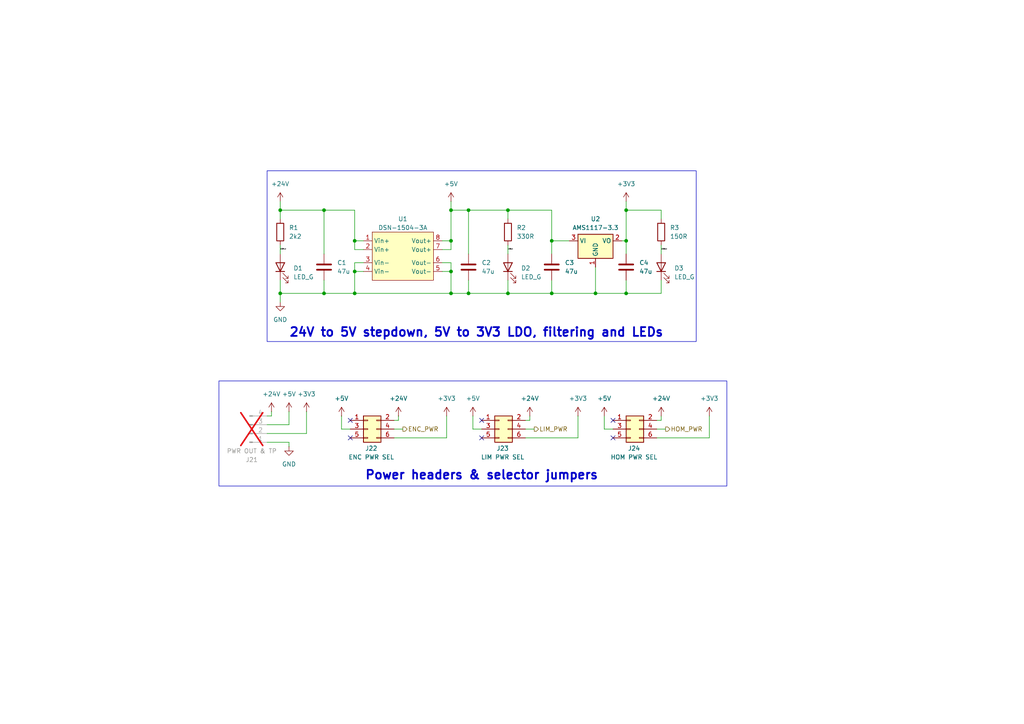
<source format=kicad_sch>
(kicad_sch (version 20231120) (generator "eeschema") (generator_version "8.0")
  (paper "A4")
  (title_block (title "Karcsi (INDACT Robot Arm) - Aux. boards power") (date "2024-05-19") (rev "1.1") (company "LEGO Kör (legokor.hu)") (comment 1 "Designed by Máté Kovács, Panka Horváth, Gergely Halász") (comment 2 "Reviewed by Máté Kovács, Andi Serban, Péter Varga"))
  (lib_symbols
    (symbol "Connector:Conn_01x04_Pin" (pin_names (offset 1.016) hide)
      (property "Reference" "J" (at 0 5.08 0))
      (property "Value" "Conn_01x04_Pin" (at 0 -7.62 0))
      (symbol "Conn_01x04_Pin_1_1"
        (polyline (pts (xy 1.27 -5.08) (xy 0.8636 -5.08)) (stroke (width 0.1524)))
        (polyline (pts (xy 1.27 -2.54) (xy 0.8636 -2.54)) (stroke (width 0.1524)))
        (polyline (pts (xy 1.27 0) (xy 0.8636 0)) (stroke (width 0.1524)))
        (polyline (pts (xy 1.27 2.54) (xy 0.8636 2.54)) (stroke (width 0.1524)))
        (rectangle (start 0.8636 -4.953) (end 0 -5.207) (stroke (width 0.1524)) (fill (type outline)))
        (rectangle (start 0.8636 -2.413) (end 0 -2.667) (stroke (width 0.1524)) (fill (type outline)))
        (rectangle (start 0.8636 0.127) (end 0 -0.127) (stroke (width 0.1524)) (fill (type outline)))
        (rectangle (start 0.8636 2.667) (end 0 2.413) (stroke (width 0.1524)) (fill (type outline)))
        (pin passive line (at 5.08 2.54 180) (length 3.81) (name "Pin_1") (number "1"))
        (pin passive line (at 5.08 0 180) (length 3.81) (name "Pin_2") (number "2"))
        (pin passive line (at 5.08 -2.54 180) (length 3.81) (name "Pin_3") (number "3"))
        (pin passive line (at 5.08 -5.08 180) (length 3.81) (name "Pin_4") (number "4"))
      )
    )
    (symbol "Connector_Generic:Conn_02x03_Odd_Even" (pin_names (offset 1.016) hide)
      (property "Reference" "J" (at 1.27 5.08 0))
      (property "Value" "Conn_02x03_Odd_Even" (at 1.27 -5.08 0))
      (symbol "Conn_02x03_Odd_Even_1_1"
        (rectangle (start -1.27 -2.413) (end 0 -2.667) (stroke (width 0.1524)))
        (rectangle (start -1.27 0.127) (end 0 -0.127) (stroke (width 0.1524)))
        (rectangle (start -1.27 2.667) (end 0 2.413) (stroke (width 0.1524)))
        (rectangle (start -1.27 3.81) (end 3.81 -3.81) (stroke (width 0.254)) (fill (type background)))
        (rectangle (start 3.81 -2.413) (end 2.54 -2.667) (stroke (width 0.1524)))
        (rectangle (start 3.81 0.127) (end 2.54 -0.127) (stroke (width 0.1524)))
        (rectangle (start 3.81 2.667) (end 2.54 2.413) (stroke (width 0.1524)))
        (pin passive line (at -5.08 2.54 0) (length 3.81) (name "Pin_1") (number "1"))
        (pin passive line (at 7.62 2.54 180) (length 3.81) (name "Pin_2") (number "2"))
        (pin passive line (at -5.08 0 0) (length 3.81) (name "Pin_3") (number "3"))
        (pin passive line (at 7.62 0 180) (length 3.81) (name "Pin_4") (number "4"))
        (pin passive line (at -5.08 -2.54 0) (length 3.81) (name "Pin_5") (number "5"))
        (pin passive line (at 7.62 -2.54 180) (length 3.81) (name "Pin_6") (number "6"))
      )
    )
    (symbol "Device:C" (pin_numbers hide) (pin_names (offset 0.254))
      (property "Reference" "C" (at 0.635 2.54 0))
      (property "Value" "C" (at 0.635 -2.54 0))
      (symbol "C_0_1"
        (polyline (pts (xy -2.032 -0.762) (xy 2.032 -0.762)) (stroke (width 0.508)))
        (polyline (pts (xy -2.032 0.762) (xy 2.032 0.762)) (stroke (width 0.508)))
      )
      (symbol "C_1_1"
        (pin passive line (at 0 3.81 270) (length 2.794) (name "~") (number "1"))
        (pin passive line (at 0 -3.81 90) (length 2.794) (name "~") (number "2"))
      )
    )
    (symbol "Device:LED" (pin_numbers hide) (pin_names (offset 1.016) hide)
      (property "Reference" "D" (at 0 2.54 0))
      (property "Value" "LED" (at 0 -2.54 0))
      (symbol "LED_0_1"
        (polyline (pts (xy -1.27 -1.27) (xy -1.27 1.27)) (stroke (width 0.254)))
        (polyline (pts (xy -1.27 0) (xy 1.27 0)))
        (polyline (pts (xy 1.27 -1.27) (xy 1.27 1.27) (xy -1.27 0) (xy 1.27 -1.27)) (stroke (width 0.254)))
        (polyline (pts (xy -3.048 -0.762) (xy -4.572 -2.286) (xy -3.81 -2.286) (xy -4.572 -2.286) (xy -4.572 -1.524)))
        (polyline (pts (xy -1.778 -0.762) (xy -3.302 -2.286) (xy -2.54 -2.286) (xy -3.302 -2.286) (xy -3.302 -1.524)))
      )
      (symbol "LED_1_1"
        (pin passive line (at -3.81 0 0) (length 2.54) (name "K") (number "1"))
        (pin passive line (at 3.81 0 180) (length 2.54) (name "A") (number "2"))
      )
    )
    (symbol "Device:R" (pin_numbers hide) (pin_names (offset 0))
      (property "Reference" "R" (at 2.032 0 90))
      (property "Value" "R" (at 0 0 90))
      (symbol "R_0_1"
        (rectangle (start -1.016 -2.54) (end 1.016 2.54) (stroke (width 0.254)))
      )
      (symbol "R_1_1"
        (pin passive line (at 0 3.81 270) (length 1.27) (name "~") (number "1"))
        (pin passive line (at 0 -3.81 90) (length 1.27) (name "~") (number "2"))
      )
    )
    (symbol "Regulator_Linear:AMS1117-3.3"
      (property "Reference" "U" (at -3.81 3.175 0))
      (property "Value" "AMS1117-3.3" (at 0 3.175 0))
      (symbol "AMS1117-3.3_0_1"
        (rectangle (start -5.08 -5.08) (end 5.08 1.905) (stroke (width 0.254)) (fill (type background)))
      )
      (symbol "AMS1117-3.3_1_1"
        (pin power_in line (at 0 -7.62 90) (length 2.54) (name "GND") (number "1"))
        (pin power_out line (at 7.62 0 180) (length 2.54) (name "VO") (number "2"))
        (pin power_in line (at -7.62 0 0) (length 2.54) (name "VI") (number "3"))
      )
    )
    (symbol "power:+24V" (power) (pin_numbers hide) (pin_names (offset 0) hide)
      (property "Value" "+24V" (at 0 3.556 0))
      (symbol "+24V_0_1"
        (polyline (pts (xy -0.762 1.27) (xy 0 2.54)))
        (polyline (pts (xy 0 0) (xy 0 2.54)))
        (polyline (pts (xy 0 2.54) (xy 0.762 1.27)))
      )
      (symbol "+24V_1_1"
        (pin power_in line (at 0 0 90) (length 0) (name "~") (number "1"))
      )
    )
    (symbol "power:+3V3" (power) (pin_numbers hide) (pin_names (offset 0) hide)
      (property "Value" "+3V3" (at 0 3.556 0))
      (symbol "+3V3_0_1"
        (polyline (pts (xy -0.762 1.27) (xy 0 2.54)))
        (polyline (pts (xy 0 0) (xy 0 2.54)))
        (polyline (pts (xy 0 2.54) (xy 0.762 1.27)))
      )
      (symbol "+3V3_1_1"
        (pin power_in line (at 0 0 90) (length 0) (name "~") (number "1"))
      )
    )
    (symbol "power:+5V" (power) (pin_numbers hide) (pin_names (offset 0) hide)
      (property "Value" "+5V" (at 0 3.556 0))
      (symbol "+5V_0_1"
        (polyline (pts (xy -0.762 1.27) (xy 0 2.54)))
        (polyline (pts (xy 0 0) (xy 0 2.54)))
        (polyline (pts (xy 0 2.54) (xy 0.762 1.27)))
      )
      (symbol "+5V_1_1"
        (pin power_in line (at 0 0 90) (length 0) (name "~") (number "1"))
      )
    )
    (symbol "power:GND" (power) (pin_numbers hide) (pin_names (offset 0) hide)
      (property "Value" "GND" (at 0 -3.81 0))
      (symbol "GND_0_1"
        (polyline (pts (xy 0 0) (xy 0 -1.27) (xy 1.27 -1.27) (xy 0 -2.54) (xy -1.27 -1.27) (xy 0 -1.27)))
      )
      (symbol "GND_1_1"
        (pin power_in line (at 0 0 270) (length 0) (name "~") (number "1"))
      )
    )
    (symbol "power_modules:DSN-1504-3A"
      (property "Reference" "U" (at 0 8.89 0))
      (symbol "DSN-1504-3A_1_1"
        (rectangle (start -8.89 7.62) (end 8.89 -6.35) (fill (type background)))
        (pin power_in line (at -11.43 5.08 0) (length 2.54) (name "Vin+") (number "1"))
        (pin power_in line (at -11.43 2.54 0) (length 2.54) (name "Vin+") (number "2"))
        (pin power_in line (at -11.43 -1.27 0) (length 2.54) (name "Vin-") (number "3"))
        (pin power_in line (at -11.43 -3.81 0) (length 2.54) (name "Vin-") (number "4"))
        (pin power_out line (at 11.43 -3.81 180) (length 2.54) (name "Vout-") (number "5"))
        (pin power_out line (at 11.43 -1.27 180) (length 2.54) (name "Vout-") (number "6"))
        (pin power_out line (at 11.43 2.54 180) (length 2.54) (name "Vout+") (number "7"))
        (pin power_out line (at 11.43 5.08 180) (length 2.54) (name "Vout+") (number "8"))
      )
    )
  )
  (junction (at 130.81 69.85))
  (junction (at 172.72 85.09))
  (junction (at 160.02 69.85))
  (junction (at 147.32 60.96))
  (junction (at 93.98 60.96))
  (junction (at 130.81 78.74))
  (junction (at 181.61 60.96))
  (junction (at 102.87 85.09))
  (junction (at 135.89 85.09))
  (junction (at 81.28 60.96))
  (junction (at 160.02 85.09))
  (junction (at 135.89 60.96))
  (junction (at 181.61 69.85))
  (junction (at 181.61 85.09))
  (junction (at 93.98 85.09))
  (junction (at 147.32 85.09))
  (junction (at 130.81 85.09))
  (junction (at 130.81 60.96))
  (junction (at 81.28 85.09))
  (junction (at 102.87 69.85))
  (junction (at 102.87 78.74))
  (no_connect (at 139.7 121.92))
  (no_connect (at 101.6 121.92))
  (no_connect (at 139.7 127))
  (no_connect (at 177.8 121.92))
  (no_connect (at 177.8 127))
  (no_connect (at 101.6 127))
  (wire (pts (xy 130.81 58.42) (xy 130.81 60.96)))
  (wire (pts (xy 81.28 60.96) (xy 93.98 60.96)))
  (wire (pts (xy 147.32 85.09) (xy 160.02 85.09)))
  (wire (pts (xy 102.87 69.85) (xy 102.87 72.39)))
  (wire (pts (xy 114.3 124.46) (xy 116.84 124.46)))
  (wire (pts (xy 81.28 63.5) (xy 81.28 60.96)))
  (wire (pts (xy 191.77 71.12) (xy 191.77 73.66)))
  (wire (pts (xy 147.32 60.96) (xy 147.32 63.5)))
  (wire (pts (xy 93.98 85.09) (xy 102.87 85.09)))
  (wire (pts (xy 160.02 85.09) (xy 172.72 85.09)))
  (wire (pts (xy 88.9 119.38) (xy 88.9 125.73)))
  (wire (pts (xy 81.28 85.09) (xy 81.28 87.63)))
  (wire (pts (xy 115.57 120.65) (xy 115.57 121.92)))
  (wire (pts (xy 135.89 81.28) (xy 135.89 85.09)))
  (wire (pts (xy 181.61 69.85) (xy 181.61 60.96)))
  (wire (pts (xy 93.98 60.96) (xy 93.98 73.66)))
  (wire (pts (xy 83.82 129.54) (xy 83.82 128.27)))
  (wire (pts (xy 93.98 60.96) (xy 102.87 60.96)))
  (wire (pts (xy 115.57 121.92) (xy 114.3 121.92)))
  (wire (pts (xy 83.82 128.27) (xy 77.47 128.27)))
  (wire (pts (xy 128.27 78.74) (xy 130.81 78.74)))
  (wire (pts (xy 153.67 120.65) (xy 153.67 121.92)))
  (wire (pts (xy 172.72 85.09) (xy 181.61 85.09)))
  (wire (pts (xy 147.32 60.96) (xy 160.02 60.96)))
  (wire (pts (xy 102.87 78.74) (xy 105.41 78.74)))
  (wire (pts (xy 78.74 119.38) (xy 78.74 120.65)))
  (wire (pts (xy 83.82 123.19) (xy 77.47 123.19)))
  (wire (pts (xy 191.77 81.28) (xy 191.77 85.09)))
  (wire (pts (xy 129.54 120.65) (xy 129.54 127)))
  (wire (pts (xy 191.77 120.65) (xy 191.77 121.92)))
  (wire (pts (xy 180.34 69.85) (xy 181.61 69.85)))
  (wire (pts (xy 160.02 81.28) (xy 160.02 85.09)))
  (wire (pts (xy 105.41 72.39) (xy 102.87 72.39)))
  (wire (pts (xy 135.89 60.96) (xy 147.32 60.96)))
  (wire (pts (xy 81.28 81.28) (xy 81.28 85.09)))
  (wire (pts (xy 135.89 60.96) (xy 135.89 73.66)))
  (wire (pts (xy 191.77 60.96) (xy 191.77 63.5)))
  (wire (pts (xy 128.27 69.85) (xy 130.81 69.85)))
  (wire (pts (xy 129.54 127) (xy 114.3 127)))
  (wire (pts (xy 81.28 71.12) (xy 81.28 73.66)))
  (wire (pts (xy 175.26 124.46) (xy 177.8 124.46)))
  (wire (pts (xy 130.81 60.96) (xy 135.89 60.96)))
  (wire (pts (xy 78.74 120.65) (xy 77.47 120.65)))
  (wire (pts (xy 190.5 124.46) (xy 193.04 124.46)))
  (wire (pts (xy 130.81 85.09) (xy 135.89 85.09)))
  (wire (pts (xy 175.26 120.65) (xy 175.26 124.46)))
  (wire (pts (xy 99.06 120.65) (xy 99.06 124.46)))
  (wire (pts (xy 81.28 58.42) (xy 81.28 60.96)))
  (wire (pts (xy 160.02 69.85) (xy 160.02 73.66)))
  (wire (pts (xy 135.89 85.09) (xy 147.32 85.09)))
  (wire (pts (xy 128.27 76.2) (xy 130.81 76.2)))
  (wire (pts (xy 99.06 124.46) (xy 101.6 124.46)))
  (wire (pts (xy 160.02 60.96) (xy 160.02 69.85)))
  (wire (pts (xy 205.74 120.65) (xy 205.74 127)))
  (wire (pts (xy 137.16 124.46) (xy 139.7 124.46)))
  (wire (pts (xy 93.98 81.28) (xy 93.98 85.09)))
  (wire (pts (xy 130.81 72.39) (xy 130.81 69.85)))
  (wire (pts (xy 191.77 121.92) (xy 190.5 121.92)))
  (wire (pts (xy 181.61 81.28) (xy 181.61 85.09)))
  (wire (pts (xy 153.67 121.92) (xy 152.4 121.92)))
  (wire (pts (xy 181.61 58.42) (xy 181.61 60.96)))
  (wire (pts (xy 152.4 124.46) (xy 154.94 124.46)))
  (wire (pts (xy 128.27 72.39) (xy 130.81 72.39)))
  (wire (pts (xy 167.64 127) (xy 152.4 127)))
  (wire (pts (xy 88.9 125.73) (xy 77.47 125.73)))
  (wire (pts (xy 130.81 78.74) (xy 130.81 85.09)))
  (wire (pts (xy 160.02 69.85) (xy 165.1 69.85)))
  (wire (pts (xy 181.61 69.85) (xy 181.61 73.66)))
  (wire (pts (xy 130.81 76.2) (xy 130.81 78.74)))
  (wire (pts (xy 105.41 69.85) (xy 102.87 69.85)))
  (wire (pts (xy 102.87 69.85) (xy 102.87 60.96)))
  (wire (pts (xy 167.64 120.65) (xy 167.64 127)))
  (wire (pts (xy 83.82 119.38) (xy 83.82 123.19)))
  (wire (pts (xy 102.87 78.74) (xy 102.87 85.09)))
  (wire (pts (xy 137.16 120.65) (xy 137.16 124.46)))
  (wire (pts (xy 147.32 81.28) (xy 147.32 85.09)))
  (wire (pts (xy 181.61 60.96) (xy 191.77 60.96)))
  (wire (pts (xy 181.61 85.09) (xy 191.77 85.09)))
  (wire (pts (xy 205.74 127) (xy 190.5 127)))
  (wire (pts (xy 102.87 85.09) (xy 130.81 85.09)))
  (wire (pts (xy 147.32 71.12) (xy 147.32 73.66)))
  (wire (pts (xy 130.81 69.85) (xy 130.81 60.96)))
  (wire (pts (xy 81.28 85.09) (xy 93.98 85.09)))
  (wire (pts (xy 172.72 77.47) (xy 172.72 85.09)))
  (wire (pts (xy 102.87 76.2) (xy 102.87 78.74)))
  (wire (pts (xy 105.41 76.2) (xy 102.87 76.2)))
  (rectangle (start 63.5 110.49) (end 210.82 140.97))
  (rectangle (start 77.47 49.53) (end 201.93 99.06))
  (text "Power headers & selector jumpers" (at 139.7 137.922 0) (effects (font (size 2.54 2.54) (thickness 0.508) (bold yes))))
  (text "24V to 5V stepdown, 5V to 3V3 LDO, filtering and LEDs" (at 138.176 96.52 0) (effects (font (size 2.54 2.54) (thickness 0.508) (bold yes))))
  (label "LED24_A" (at 81.28 72.39 0) (effects (font (size 0.254 0.254))))
  (label "LED33_A" (at 191.77 72.39 0) (effects (font (size 0.254 0.254))))
  (label "LED5_A" (at 147.32 72.39 0) (effects (font (size 0.254 0.254))))
  (hierarchical_label "HOM_PWR" (shape output) (at 193.04 124.46 0))
  (hierarchical_label "ENC_PWR" (shape output) (at 116.84 124.46 0))
  (hierarchical_label "LIM_PWR" (shape output) (at 154.94 124.46 0))
  (symbol (lib_id "power:GND") (at 83.82 129.54 0) (unit 1)
    (property "Reference" "#PWR08" (effects (hide yes)))
    (property "Value" "GND" (at 83.82 134.62 0))
    (property "Description" "Power symbol creates a global label with name \"GND\" , ground" (effects (hide yes)))
  )
  (symbol (lib_id "Connector_Generic:Conn_02x03_Odd_Even") (at 144.78 124.46 0) (unit 1)
    (property "Reference" "J23" (at 145.796 130.048 0))
    (property "Value" "LIM PWR SEL" (at 145.796 132.588 0))
    (property "Footprint" "Connector_PinHeader_2.54mm:PinHeader_2x03_P2.54mm_Vertical" (effects (hide yes)))
    (property "Datasheet" "-" (effects (hide yes)))
    (property "Description" "Generic connector, double row, 02x03, odd/even pin numbering scheme (row 1 odd numbers, row 2 even numbers), script generated (kicad-library-utils/schlib/autogen/connector/)" (effects (hide yes)))
    (property "Sourced" "1" (effects (hide yes)))
    (property "Supplier" "LEGOlab" (effects (hide yes)))
    (property "Supplier item no" "-" (effects (hide yes)))
    (instances (project "Aux_boards_meta" (path "" (reference "J23") (unit 1))) (project "Aux_board_2" (path "" (reference "J23") (unit 1))) (project "Aux_board_1" (path "" (reference "J3") (unit 1))))
  )
  (symbol (lib_id "power:+3V3") (at 129.54 120.65 0) (unit 1)
    (property "Reference" "#PWR011" (effects (hide yes)))
    (property "Value" "+3V3" (at 129.54 115.57 0))
    (property "Description" "Power symbol creates a global label with name \"+3V3\"" (effects (hide yes)))
  )
  (symbol (lib_id "Device:C") (at 160.02 77.47 0) (unit 1)
    (property "Reference" "C3" (at 163.83 76.1999 0) (effects (justify left)))
    (property "Value" "47u" (at 163.83 78.7399 0) (effects (justify left)))
    (property "Footprint" "Capacitor_SMD:C_0805_2012Metric_Pad1.18x1.45mm_HandSolder" (effects (hide yes)))
    (property "Description" "Unpolarized capacitor" (effects (hide yes)))
    (property "Supplier" "Lomex" (effects (hide yes)))
    (property "Supplier URL" "https://lomex.hu/hu/webshop/#/search,82-11-74/stype,1" (effects (hide yes)))
    (property "Supplier item no" "82-11-74" (effects (hide yes)))
    (property "Sourced" "0" (effects (hide yes)))
  )
  (symbol (lib_id "Connector:Conn_01x04_Pin") (at 72.39 125.73 0) (mirror x) (unit 1) (dnp yes)
    (property "Reference" "J21" (at 73.025 133.35 0))
    (property "Value" "PWR OUT & TP" (at 73.025 130.81 0))
    (property "Footprint" "Connector_PinHeader_2.54mm:PinHeader_1x04_P2.54mm_Vertical" (effects (hide yes)))
    (property "Datasheet" "-" (effects (hide yes)))
    (property "Description" "Generic connector, single row, 01x04, script generated" (effects (hide yes)))
    (property "Sourced" "1" (effects (hide yes)))
    (property "Supplier" "LEGOlab" (effects (hide yes)))
    (property "Supplier item no" "-" (effects (hide yes)))
    (instances (project "Aux_boards_meta" (path "" (reference "J21") (unit 1))) (project "Aux_board_2" (path "" (reference "J21") (unit 1))) (project "Aux_board_1" (path "" (reference "J1") (unit 1))))
  )
  (symbol (lib_id "Connector_Generic:Conn_02x03_Odd_Even") (at 182.88 124.46 0) (unit 1)
    (property "Reference" "J24" (at 183.896 130.048 0))
    (property "Value" "HOM PWR SEL" (at 183.896 132.588 0))
    (property "Footprint" "Connector_PinHeader_2.54mm:PinHeader_2x03_P2.54mm_Vertical" (effects (hide yes)))
    (property "Datasheet" "-" (effects (hide yes)))
    (property "Description" "Generic connector, double row, 02x03, odd/even pin numbering scheme (row 1 odd numbers, row 2 even numbers), script generated (kicad-library-utils/schlib/autogen/connector/)" (effects (hide yes)))
    (property "Sourced" "1" (effects (hide yes)))
    (property "Supplier" "LEGOlab" (effects (hide yes)))
    (property "Supplier item no" "-" (effects (hide yes)))
    (instances (project "Aux_boards_meta" (path "" (reference "J24") (unit 1))) (project "Aux_board_2" (path "" (reference "J24") (unit 1))) (project "Aux_board_1" (path "" (reference "J4") (unit 1))))
  )
  (symbol (lib_id "power:+3V3") (at 167.64 120.65 0) (unit 1)
    (property "Reference" "#PWR014" (effects (hide yes)))
    (property "Value" "+3V3" (at 167.64 115.57 0))
    (property "Description" "Power symbol creates a global label with name \"+3V3\"" (effects (hide yes)))
  )
  (symbol (lib_id "power:+5V") (at 175.26 120.65 0) (unit 1)
    (property "Reference" "#PWR015" (effects (hide yes)))
    (property "Value" "+5V" (at 175.26 115.57 0))
    (property "Description" "Power symbol creates a global label with name \"+5V\"" (effects (hide yes)))
  )
  (symbol (lib_id "power:+24V") (at 115.57 120.65 0) (unit 1)
    (property "Reference" "#PWR010" (effects (hide yes)))
    (property "Value" "+24V" (at 115.57 115.57 0))
    (property "Description" "Power symbol creates a global label with name \"+24V\"" (effects (hide yes)))
  )
  (symbol (lib_id "Connector_Generic:Conn_02x03_Odd_Even") (at 106.68 124.46 0) (unit 1)
    (property "Reference" "J22" (at 107.696 130.048 0))
    (property "Value" "ENC PWR SEL" (at 107.696 132.588 0))
    (property "Footprint" "Connector_PinHeader_2.54mm:PinHeader_2x03_P2.54mm_Vertical" (effects (hide yes)))
    (property "Datasheet" "-" (effects (hide yes)))
    (property "Description" "Generic connector, double row, 02x03, odd/even pin numbering scheme (row 1 odd numbers, row 2 even numbers), script generated (kicad-library-utils/schlib/autogen/connector/)" (effects (hide yes)))
    (property "Sourced" "1" (effects (hide yes)))
    (property "Supplier" "LEGOlab" (effects (hide yes)))
    (property "Supplier item no" "-" (effects (hide yes)))
    (instances (project "Aux_boards_meta" (path "" (reference "J22") (unit 1))) (project "Aux_board_2" (path "" (reference "J22") (unit 1))) (project "Aux_board_1" (path "" (reference "J2") (unit 1))))
  )
  (symbol (lib_id "power:+3V3") (at 88.9 119.38 0) (unit 1)
    (property "Reference" "#PWR07" (effects (hide yes)))
    (property "Value" "+3V3" (at 88.9 114.3 0))
    (property "Description" "Power symbol creates a global label with name \"+3V3\"" (effects (hide yes)))
  )
  (symbol (lib_id "power:+24V") (at 191.77 120.65 0) (unit 1)
    (property "Reference" "#PWR016" (effects (hide yes)))
    (property "Value" "+24V" (at 191.77 115.57 0))
    (property "Description" "Power symbol creates a global label with name \"+24V\"" (effects (hide yes)))
  )
  (symbol (lib_id "power:+5V") (at 83.82 119.38 0) (unit 1)
    (property "Reference" "#PWR06" (effects (hide yes)))
    (property "Value" "+5V" (at 83.82 114.3 0))
    (property "Description" "Power symbol creates a global label with name \"+5V\"" (effects (hide yes)))
  )
  (symbol (lib_id "Device:R") (at 81.28 67.31 0) (unit 1)
    (property "Reference" "R1" (at 83.82 66.0399 0) (effects (justify left)))
    (property "Value" "2k2" (at 83.82 68.5799 0) (effects (justify left)))
    (property "Footprint" "Resistor_SMD:R_0805_2012Metric_Pad1.20x1.40mm_HandSolder" (effects (hide yes)))
    (property "Description" "Resistor" (effects (hide yes)))
    (property "Supplier" "Lomex" (effects (hide yes)))
    (property "Supplier URL" "https://lomex.hu/hu/webshop/#page,0/search,81-10-91/stype,1" (effects (hide yes)))
    (property "Supplier item no" "81-10-91" (effects (hide yes)))
    (property "Sourced" "1" (effects (hide yes)))
  )
  (symbol (lib_id "Device:C") (at 181.61 77.47 0) (unit 1)
    (property "Reference" "C4" (at 185.42 76.1999 0) (effects (justify left)))
    (property "Value" "47u" (at 185.42 78.7399 0) (effects (justify left)))
    (property "Footprint" "Capacitor_SMD:C_0805_2012Metric_Pad1.18x1.45mm_HandSolder" (effects (hide yes)))
    (property "Description" "Unpolarized capacitor" (effects (hide yes)))
    (property "Supplier" "Lomex" (effects (hide yes)))
    (property "Supplier URL" "https://lomex.hu/hu/webshop/#/search,82-11-74/stype,1" (effects (hide yes)))
    (property "Supplier item no" "82-11-74" (effects (hide yes)))
    (property "Sourced" "0" (effects (hide yes)))
  )
  (symbol (lib_id "Device:R") (at 191.77 67.31 0) (unit 1)
    (property "Reference" "R3" (at 194.31 66.0399 0) (effects (justify left)))
    (property "Value" "150R" (at 194.31 68.5799 0) (effects (justify left)))
    (property "Footprint" "Resistor_SMD:R_0805_2012Metric_Pad1.20x1.40mm_HandSolder" (effects (hide yes)))
    (property "Description" "Resistor" (effects (hide yes)))
    (property "Supplier" "Lomex" (effects (hide yes)))
    (property "Supplier item no" "81-10-77" (effects (hide yes)))
    (property "Sourced" "1" (effects (hide yes)))
  )
  (symbol (lib_id "Regulator_Linear:AMS1117-3.3") (at 172.72 69.85 0) (unit 1)
    (property "Reference" "U2" (at 172.72 63.5 0))
    (property "Value" "AMS1117-3.3" (at 172.72 66.04 0))
    (property "Footprint" "Package_TO_SOT_SMD:SOT-223-3_TabPin2" (effects (hide yes)))
    (property "Datasheet" "http://www.advanced-monolithic.com/pdf/ds1117.pdf" (effects (hide yes)))
    (property "Description" "1A Low Dropout regulator, positive, 3.3V fixed output, SOT-223" (effects (hide yes)))
    (property "Supplier" "LCSC" (effects (hide yes)))
    (property "Supplier URL" "https://www.lcsc.com/product-detail/Linear-Voltage-Regulators-LDO_Advanced-Monolithic-Systems-AMS1117-3-3_C6186.html" (effects (hide yes)))
    (property "Supplier item no" "C6186" (effects (hide yes)))
    (property "Sourced" "0" (effects (hide yes)))
  )
  (symbol (lib_id "power:+24V") (at 78.74 119.38 0) (unit 1)
    (property "Reference" "#PWR05" (effects (hide yes)))
    (property "Value" "+24V" (at 78.74 114.3 0))
    (property "Description" "Power symbol creates a global label with name \"+24V\"" (effects (hide yes)))
  )
  (symbol (lib_id "Device:LED") (at 191.77 77.47 90) (unit 1)
    (property "Reference" "D3" (at 195.58 77.7874 90) (effects (justify right)))
    (property "Value" "LED_G" (at 195.58 80.3274 90) (effects (justify right)))
    (property "Footprint" "LED_SMD:LED_0805_2012Metric_Pad1.15x1.40mm_HandSolder" (effects (hide yes)))
    (property "Datasheet" "https://mm.digikey.com/Volume0/opasdata/d220001/medias/docus/3804/B1701NG--20D000314U1930.pdf" (effects (hide yes)))
    (property "Description" "Light emitting diode" (effects (hide yes)))
    (property "Supplier" "DigiKey" (effects (hide yes)))
    (property "Supplier URL" "https://www.digikey.hu/hu/products/detail/harvatek-corporation/B1701NG-20D000314U1930/16671738" (effects (hide yes)))
    (property "Supplier item no" "3147-B1701NG--20D000314U1930CT-ND" (effects (hide yes)))
    (property "Sourced" "1" (effects (hide yes)))
  )
  (symbol (lib_id "Device:LED") (at 81.28 77.47 90) (unit 1)
    (property "Reference" "D1" (at 85.09 77.7874 90) (effects (justify right)))
    (property "Value" "LED_G" (at 85.09 80.3274 90) (effects (justify right)))
    (property "Footprint" "LED_SMD:LED_0805_2012Metric_Pad1.15x1.40mm_HandSolder" (effects (hide yes)))
    (property "Datasheet" "https://mm.digikey.com/Volume0/opasdata/d220001/medias/docus/3804/B1701NG--20D000314U1930.pdf" (effects (hide yes)))
    (property "Description" "Light emitting diode" (effects (hide yes)))
    (property "Supplier" "DigiKey" (effects (hide yes)))
    (property "Supplier URL" "https://www.digikey.hu/hu/products/detail/harvatek-corporation/B1701NG-20D000314U1930/16671738" (effects (hide yes)))
    (property "Supplier item no" "3147-B1701NG--20D000314U1930CT-ND" (effects (hide yes)))
    (property "Sourced" "1" (effects (hide yes)))
  )
  (symbol (lib_id "Device:C") (at 135.89 77.47 0) (unit 1)
    (property "Reference" "C2" (at 139.7 76.1999 0) (effects (justify left)))
    (property "Value" "47u" (at 139.7 78.7399 0) (effects (justify left)))
    (property "Footprint" "Capacitor_SMD:C_0805_2012Metric_Pad1.18x1.45mm_HandSolder" (effects (hide yes)))
    (property "Description" "Unpolarized capacitor" (effects (hide yes)))
    (property "Supplier" "Lomex" (effects (hide yes)))
    (property "Supplier URL" "https://lomex.hu/hu/webshop/#/search,82-11-74/stype,1" (effects (hide yes)))
    (property "Supplier item no" "82-11-74" (effects (hide yes)))
    (property "Sourced" "0" (effects (hide yes)))
  )
  (symbol (lib_id "Device:C") (at 93.98 77.47 0) (unit 1)
    (property "Reference" "C1" (at 97.79 76.1999 0) (effects (justify left)))
    (property "Value" "47u" (at 97.79 78.7399 0) (effects (justify left)))
    (property "Footprint" "Capacitor_SMD:C_0805_2012Metric_Pad1.18x1.45mm_HandSolder" (effects (hide yes)))
    (property "Description" "Unpolarized capacitor" (effects (hide yes)))
    (property "Supplier" "Lomex" (effects (hide yes)))
    (property "Supplier URL" "https://lomex.hu/hu/webshop/#/search,82-11-74/stype,1" (effects (hide yes)))
    (property "Supplier item no" "82-11-74" (effects (hide yes)))
    (property "Sourced" "0" (effects (hide yes)))
  )
  (symbol (lib_id "Device:LED") (at 147.32 77.47 90) (unit 1)
    (property "Reference" "D2" (at 151.13 77.7874 90) (effects (justify right)))
    (property "Value" "LED_G" (at 151.13 80.3274 90) (effects (justify right)))
    (property "Footprint" "LED_SMD:LED_0805_2012Metric_Pad1.15x1.40mm_HandSolder" (effects (hide yes)))
    (property "Datasheet" "https://mm.digikey.com/Volume0/opasdata/d220001/medias/docus/3804/B1701NG--20D000314U1930.pdf" (effects (hide yes)))
    (property "Description" "Light emitting diode" (effects (hide yes)))
    (property "Supplier" "DigiKey" (effects (hide yes)))
    (property "Supplier URL" "https://www.digikey.hu/hu/products/detail/harvatek-corporation/B1701NG-20D000314U1930/16671738" (effects (hide yes)))
    (property "Supplier item no" "3147-B1701NG--20D000314U1930CT-ND" (effects (hide yes)))
    (property "Sourced" "1" (effects (hide yes)))
  )
  (symbol (lib_id "power:+5V") (at 99.06 120.65 0) (unit 1)
    (property "Reference" "#PWR09" (effects (hide yes)))
    (property "Value" "+5V" (at 99.06 115.57 0))
    (property "Description" "Power symbol creates a global label with name \"+5V\"" (effects (hide yes)))
  )
  (symbol (lib_id "power:+3V3") (at 181.61 58.42 0) (unit 1)
    (property "Reference" "#PWR04" (effects (hide yes)))
    (property "Value" "+3V3" (at 181.61 53.34 0))
    (property "Description" "Power symbol creates a global label with name \"+3V3\"" (effects (hide yes)))
  )
  (symbol (lib_id "power:+3V3") (at 205.74 120.65 0) (unit 1)
    (property "Reference" "#PWR017" (effects (hide yes)))
    (property "Value" "+3V3" (at 205.74 115.57 0))
    (property "Description" "Power symbol creates a global label with name \"+3V3\"" (effects (hide yes)))
  )
  (symbol (lib_id "Device:R") (at 147.32 67.31 0) (unit 1)
    (property "Reference" "R2" (at 149.86 66.0399 0) (effects (justify left)))
    (property "Value" "330R" (at 149.86 68.5799 0) (effects (justify left)))
    (property "Footprint" "Resistor_SMD:R_0805_2012Metric_Pad1.20x1.40mm_HandSolder" (effects (hide yes)))
    (property "Description" "Resistor" (effects (hide yes)))
    (property "Supplier" "Lomex" (effects (hide yes)))
    (property "Supplier item no" "81-10-81" (effects (hide yes)))
    (property "Sourced" "1" (effects (hide yes)))
  )
  (symbol (lib_id "power:+24V") (at 153.67 120.65 0) (unit 1)
    (property "Reference" "#PWR013" (effects (hide yes)))
    (property "Value" "+24V" (at 153.67 115.57 0))
    (property "Description" "Power symbol creates a global label with name \"+24V\"" (effects (hide yes)))
  )
  (symbol (lib_id "power:+24V") (at 81.28 58.42 0) (unit 1)
    (property "Reference" "#PWR01" (effects (hide yes)))
    (property "Value" "+24V" (at 81.28 53.34 0))
    (property "Description" "Power symbol creates a global label with name \"+24V\"" (effects (hide yes)))
  )
  (symbol (lib_id "power:GND") (at 81.28 87.63 0) (unit 1)
    (property "Reference" "#PWR02" (effects (hide yes)))
    (property "Value" "GND" (at 81.28 92.71 0))
    (property "Description" "Power symbol creates a global label with name \"GND\" , ground" (effects (hide yes)))
  )
  (symbol (lib_id "power:+5V") (at 137.16 120.65 0) (unit 1)
    (property "Reference" "#PWR012" (effects (hide yes)))
    (property "Value" "+5V" (at 137.16 115.57 0))
    (property "Description" "Power symbol creates a global label with name \"+5V\"" (effects (hide yes)))
  )
  (symbol (lib_id "power:+5V") (at 130.81 58.42 0) (unit 1)
    (property "Reference" "#PWR03" (effects (hide yes)))
    (property "Value" "+5V" (at 130.81 53.34 0))
    (property "Description" "Power symbol creates a global label with name \"+5V\"" (effects (hide yes)))
  )
  (symbol (lib_id "power_modules:DSN-1504-3A") (at 116.84 74.93 0) (unit 1)
    (property "Reference" "U1" (at 116.84 63.5 0))
    (property "Value" "DSN-1504-3A" (at 116.84 66.04 0))
    (property "Footprint" "power_modules:DSN-1504-3A" (effects (hide yes)))
    (property "Datasheet" "https://www.hestore.hu/prod_getfile.php?id=10201" (effects (hide yes)))
    (property "Supplier" "Hestore" (effects (hide yes)))
    (property "Supplier URL" "https://www.hestore.hu/prod_10038118.html" (effects (hide yes)))
    (property "Supplier item no" "100.381.18" (effects (hide yes)))
    (property "Sourced" "0" (effects (hide yes)))
  )
)
</source>
